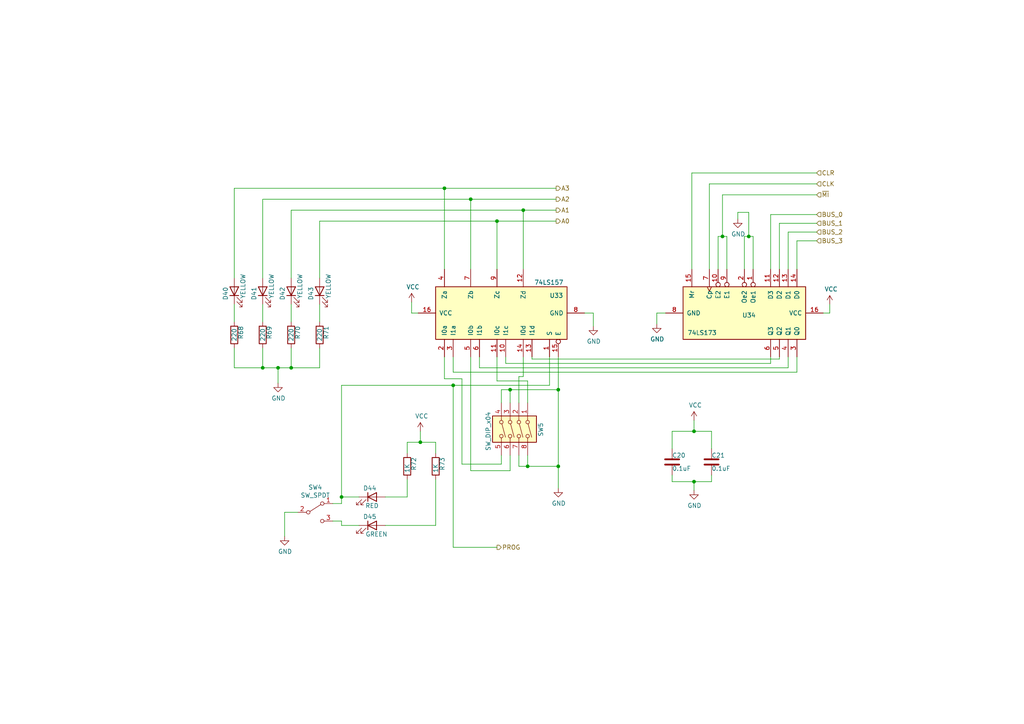
<source format=kicad_sch>
(kicad_sch (version 20230121) (generator eeschema)
  (paper "A4")
  (lib_symbols
    (symbol "74xx:74LS157" (pin_names (offset 1.016))
      (property "Reference" "U" (at -7.62 19.05 0))
      (property "Value" "74LS157" (at -7.62 -21.59 0))
      (symbol "74LS157_1_0"
        (pin input line (at -12.7 -15.24 0) (length 5.08) (name "S") (number "1"))
        (pin input line (at -12.7 -2.54 0) (length 5.08) (name "I1c") (number "10"))
        (pin input line (at -12.7 0 0) (length 5.08) (name "I0c") (number "11"))
        (pin output line (at 12.7 -7.62 180) (length 5.08) (name "Zd") (number "12"))
        (pin input line (at -12.7 -10.16 0) (length 5.08) (name "I1d") (number "13"))
        (pin input line (at -12.7 -7.62 0) (length 5.08) (name "I0d") (number "14"))
        (pin input inverted (at -12.7 -17.78 0) (length 5.08) (name "E") (number "15"))
        (pin power_in line (at 0 22.86 270) (length 5.08) (name "VCC") (number "16"))
        (pin input line (at -12.7 15.24 0) (length 5.08) (name "I0a") (number "2"))
        (pin input line (at -12.7 12.7 0) (length 5.08) (name "I1a") (number "3"))
        (pin output line (at 12.7 15.24 180) (length 5.08) (name "Za") (number "4"))
        (pin input line (at -12.7 7.62 0) (length 5.08) (name "I0b") (number "5"))
        (pin input line (at -12.7 5.08 0) (length 5.08) (name "I1b") (number "6"))
        (pin output line (at 12.7 7.62 180) (length 5.08) (name "Zb") (number "7"))
        (pin power_in line (at 0 -25.4 90) (length 5.08) (name "GND") (number "8"))
        (pin output line (at 12.7 0 180) (length 5.08) (name "Zc") (number "9"))
      )
      (symbol "74LS157_1_1"
        (rectangle (start -7.62 17.78) (end 7.62 -20.32) (stroke (width 0.254)) (fill (type background)))
      )
    )
    (symbol "74xx:74LS173" (pin_names (offset 1.016))
      (property "Reference" "U" (at -7.62 19.05 0))
      (property "Value" "74LS173" (at -7.62 -19.05 0))
      (symbol "74LS173_1_0"
        (pin input inverted (at -12.7 2.54 0) (length 5.08) (name "Oe1") (number "1"))
        (pin input inverted (at -12.7 -7.62 0) (length 5.08) (name "E2") (number "10"))
        (pin input line (at -12.7 7.62 0) (length 5.08) (name "D3") (number "11"))
        (pin input line (at -12.7 10.16 0) (length 5.08) (name "D2") (number "12"))
        (pin input line (at -12.7 12.7 0) (length 5.08) (name "D1") (number "13"))
        (pin input line (at -12.7 15.24 0) (length 5.08) (name "D0") (number "14"))
        (pin input line (at -12.7 -15.24 0) (length 5.08) (name "Mr") (number "15"))
        (pin power_in line (at 0 22.86 270) (length 5.08) (name "VCC") (number "16"))
        (pin input inverted (at -12.7 0 0) (length 5.08) (name "Oe2") (number "2"))
        (pin tri_state line (at 12.7 15.24 180) (length 5.08) (name "Q0") (number "3"))
        (pin tri_state line (at 12.7 12.7 180) (length 5.08) (name "Q1") (number "4"))
        (pin tri_state line (at 12.7 10.16 180) (length 5.08) (name "Q2") (number "5"))
        (pin tri_state line (at 12.7 7.62 180) (length 5.08) (name "Q3") (number "6"))
        (pin input clock (at -12.7 -10.16 0) (length 5.08) (name "Cp") (number "7"))
        (pin power_in line (at 0 -22.86 90) (length 5.08) (name "GND") (number "8"))
        (pin input inverted (at -12.7 -5.08 0) (length 5.08) (name "E1") (number "9"))
      )
      (symbol "74LS173_1_1"
        (rectangle (start -7.62 17.78) (end 7.62 -17.78) (stroke (width 0.254)) (fill (type background)))
      )
    )
    (symbol "Device:C" (pin_numbers hide) (pin_names (offset 0.254))
      (property "Reference" "C" (at 0.635 2.54 0))
      (property "Value" "C" (at 0.635 -2.54 0))
      (symbol "C_0_1"
        (polyline (pts (xy -2.032 -0.762) (xy 2.032 -0.762)) (stroke (width 0.508)))
        (polyline (pts (xy -2.032 0.762) (xy 2.032 0.762)) (stroke (width 0.508)))
      )
      (symbol "C_1_1"
        (pin passive line (at 0 3.81 270) (length 2.794) (name "~") (number "1"))
        (pin passive line (at 0 -3.81 90) (length 2.794) (name "~") (number "2"))
      )
    )
    (symbol "Device:LED" (pin_numbers hide) (pin_names (offset 1.016) hide)
      (property "Reference" "D" (at 0 2.54 0))
      (property "Value" "LED" (at 0 -2.54 0))
      (symbol "LED_0_1"
        (polyline (pts (xy -1.27 -1.27) (xy -1.27 1.27)) (stroke (width 0.254)))
        (polyline (pts (xy -1.27 0) (xy 1.27 0)))
        (polyline (pts (xy 1.27 -1.27) (xy 1.27 1.27) (xy -1.27 0) (xy 1.27 -1.27)) (stroke (width 0.254)))
        (polyline (pts (xy -3.048 -0.762) (xy -4.572 -2.286) (xy -3.81 -2.286) (xy -4.572 -2.286) (xy -4.572 -1.524)))
        (polyline (pts (xy -1.778 -0.762) (xy -3.302 -2.286) (xy -2.54 -2.286) (xy -3.302 -2.286) (xy -3.302 -1.524)))
      )
      (symbol "LED_1_1"
        (pin passive line (at -3.81 0 0) (length 2.54) (name "K") (number "1"))
        (pin passive line (at 3.81 0 180) (length 2.54) (name "A") (number "2"))
      )
    )
    (symbol "Device:R" (pin_numbers hide) (pin_names (offset 0))
      (property "Reference" "R" (at 2.032 0 90))
      (property "Value" "R" (at 0 0 90))
      (symbol "R_0_1"
        (rectangle (start -1.016 -2.54) (end 1.016 2.54) (stroke (width 0.254)))
      )
      (symbol "R_1_1"
        (pin passive line (at 0 3.81 270) (length 1.27) (name "~") (number "1"))
        (pin passive line (at 0 -3.81 90) (length 1.27) (name "~") (number "2"))
      )
    )
    (symbol "Switch:SW_DIP_x04" (pin_names (offset 0) hide)
      (property "Reference" "SW" (at 0 8.89 0))
      (property "Value" "SW_DIP_x04" (at 0 -6.35 0))
      (symbol "SW_DIP_x04_0_0"
        (circle (center -2.032 -2.54) (radius 0.508))
        (circle (center -2.032 0) (radius 0.508))
        (circle (center -2.032 2.54) (radius 0.508))
        (circle (center -2.032 5.08) (radius 0.508))
        (polyline (pts (xy -1.524 -2.3876) (xy 2.3622 -1.3462)))
        (polyline (pts (xy -1.524 0.127) (xy 2.3622 1.1684)))
        (polyline (pts (xy -1.524 2.667) (xy 2.3622 3.7084)))
        (polyline (pts (xy -1.524 5.207) (xy 2.3622 6.2484)))
        (circle (center 2.032 -2.54) (radius 0.508))
        (circle (center 2.032 0) (radius 0.508))
        (circle (center 2.032 2.54) (radius 0.508))
        (circle (center 2.032 5.08) (radius 0.508))
      )
      (symbol "SW_DIP_x04_0_1"
        (rectangle (start -3.81 7.62) (end 3.81 -5.08) (stroke (width 0.254)) (fill (type background)))
      )
      (symbol "SW_DIP_x04_1_1"
        (pin passive line (at -7.62 5.08 0) (length 5.08) (name "~") (number "1"))
        (pin passive line (at -7.62 2.54 0) (length 5.08) (name "~") (number "2"))
        (pin passive line (at -7.62 0 0) (length 5.08) (name "~") (number "3"))
        (pin passive line (at -7.62 -2.54 0) (length 5.08) (name "~") (number "4"))
        (pin passive line (at 7.62 -2.54 180) (length 5.08) (name "~") (number "5"))
        (pin passive line (at 7.62 0 180) (length 5.08) (name "~") (number "6"))
        (pin passive line (at 7.62 2.54 180) (length 5.08) (name "~") (number "7"))
        (pin passive line (at 7.62 5.08 180) (length 5.08) (name "~") (number "8"))
      )
    )
    (symbol "Switch:SW_SPDT" (pin_names (offset 0) hide)
      (property "Reference" "SW" (at 0 4.318 0))
      (property "Value" "SW_SPDT" (at 0 -5.08 0))
      (symbol "SW_SPDT_0_0"
        (circle (center -2.032 0) (radius 0.508))
        (circle (center 2.032 -2.54) (radius 0.508))
      )
      (symbol "SW_SPDT_0_1"
        (polyline (pts (xy -1.524 0.254) (xy 1.651 2.286)))
        (circle (center 2.032 2.54) (radius 0.508))
      )
      (symbol "SW_SPDT_1_1"
        (pin passive line (at 5.08 2.54 180) (length 2.54) (name "A") (number "1"))
        (pin passive line (at -5.08 0 0) (length 2.54) (name "B") (number "2"))
        (pin passive line (at 5.08 -2.54 180) (length 2.54) (name "C") (number "3"))
      )
    )
    (symbol "power:GND" (power) (pin_names (offset 0))
      (property "Value" "GND" (at 0 -3.81 0))
      (symbol "GND_0_1"
        (polyline (pts (xy 0 0) (xy 0 -1.27) (xy 1.27 -1.27) (xy 0 -2.54) (xy -1.27 -1.27) (xy 0 -1.27)))
      )
      (symbol "GND_1_1"
        (pin power_in line (at 0 0 270) (length 0) hide (name "GND") (number "1"))
      )
    )
    (symbol "power:VCC" (power) (pin_names (offset 0))
      (property "Value" "VCC" (at 0 3.81 0))
      (symbol "VCC_0_1"
        (polyline (pts (xy -0.762 1.27) (xy 0 2.54)))
        (polyline (pts (xy 0 0) (xy 0 2.54)))
        (polyline (pts (xy 0 2.54) (xy 0.762 1.27)))
      )
      (symbol "VCC_1_1"
        (pin power_in line (at 0 0 90) (length 0) hide (name "VCC") (number "1"))
      )
    )
  )
  (junction (at 131.445 111.76))
  (junction (at 84.455 106.68))
  (junction (at 217.17 68.58))
  (junction (at 151.765 60.96))
  (junction (at 161.925 113.03))
  (junction (at 136.525 57.785))
  (junction (at 201.295 139.7))
  (junction (at 161.925 135.255))
  (junction (at 99.06 144.145))
  (junction (at 153.035 135.255))
  (junction (at 121.92 128.27))
  (junction (at 144.145 64.135))
  (junction (at 209.55 68.58))
  (junction (at 147.955 113.03))
  (junction (at 128.905 54.61))
  (junction (at 80.645 106.68))
  (junction (at 76.2 106.68))
  (junction (at 201.295 125.095))
  (wire (pts (xy 151.765 109.22) (xy 150.495 109.22)))
  (wire (pts (xy 76.2 106.68) (xy 80.645 106.68)))
  (wire (pts (xy 223.52 78.105) (xy 223.52 62.23)))
  (wire (pts (xy 126.365 152.4) (xy 126.365 139.065)))
  (wire (pts (xy 146.685 105.41) (xy 146.685 103.505)))
  (wire (pts (xy 76.2 88.265) (xy 76.2 93.345)))
  (wire (pts (xy 217.17 68.58) (xy 218.44 68.58)))
  (wire (pts (xy 144.145 103.505) (xy 144.145 110.49)))
  (wire (pts (xy 200.66 50.165) (xy 236.855 50.165)))
  (wire (pts (xy 111.76 152.4) (xy 126.365 152.4)))
  (wire (pts (xy 119.38 90.805) (xy 119.38 87.63)))
  (wire (pts (xy 139.065 106.68) (xy 228.6 106.68)))
  (wire (pts (xy 209.55 68.58) (xy 210.82 68.58)))
  (wire (pts (xy 206.375 139.7) (xy 206.375 137.795)))
  (wire (pts (xy 201.295 121.92) (xy 201.295 125.095)))
  (wire (pts (xy 126.365 128.27) (xy 126.365 131.445)))
  (wire (pts (xy 172.085 90.805) (xy 169.545 90.805)))
  (wire (pts (xy 223.52 103.505) (xy 223.52 105.41)))
  (wire (pts (xy 76.2 80.645) (xy 76.2 57.785)))
  (wire (pts (xy 92.71 80.645) (xy 92.71 64.135)))
  (wire (pts (xy 161.925 135.255) (xy 161.925 141.605)))
  (wire (pts (xy 67.945 54.61) (xy 67.945 80.645)))
  (wire (pts (xy 99.06 144.145) (xy 99.06 111.76)))
  (wire (pts (xy 99.06 151.13) (xy 99.06 152.4)))
  (wire (pts (xy 236.855 69.85) (xy 231.14 69.85)))
  (wire (pts (xy 150.495 132.08) (xy 150.495 135.255)))
  (wire (pts (xy 218.44 68.58) (xy 218.44 78.105)))
  (wire (pts (xy 136.525 57.785) (xy 161.29 57.785)))
  (wire (pts (xy 194.945 137.795) (xy 194.945 139.7)))
  (wire (pts (xy 154.305 103.505) (xy 154.305 104.14)))
  (wire (pts (xy 206.375 125.095) (xy 201.295 125.095)))
  (wire (pts (xy 118.11 131.445) (xy 118.11 128.27)))
  (wire (pts (xy 86.36 148.59) (xy 82.55 148.59)))
  (wire (pts (xy 76.2 57.785) (xy 136.525 57.785)))
  (wire (pts (xy 209.55 68.58) (xy 209.55 56.515)))
  (wire (pts (xy 153.035 110.49) (xy 153.035 116.84)))
  (wire (pts (xy 151.765 60.96) (xy 161.29 60.96)))
  (wire (pts (xy 136.525 136.525) (xy 136.525 103.505)))
  (wire (pts (xy 121.92 128.27) (xy 126.365 128.27)))
  (wire (pts (xy 153.035 135.255) (xy 153.035 132.08)))
  (wire (pts (xy 121.92 125.095) (xy 121.92 128.27)))
  (wire (pts (xy 172.085 94.615) (xy 172.085 90.805)))
  (wire (pts (xy 136.525 57.785) (xy 136.525 78.105)))
  (wire (pts (xy 150.495 135.255) (xy 153.035 135.255)))
  (wire (pts (xy 209.55 56.515) (xy 236.855 56.515)))
  (wire (pts (xy 131.445 111.76) (xy 131.445 158.75)))
  (wire (pts (xy 161.925 103.505) (xy 161.925 113.03)))
  (wire (pts (xy 151.765 78.105) (xy 151.765 60.96)))
  (wire (pts (xy 131.445 111.76) (xy 159.385 111.76)))
  (wire (pts (xy 194.945 130.175) (xy 194.945 125.095)))
  (wire (pts (xy 84.455 80.645) (xy 84.455 60.96)))
  (wire (pts (xy 153.035 135.255) (xy 161.925 135.255)))
  (wire (pts (xy 213.995 63.5) (xy 213.995 61.595)))
  (wire (pts (xy 99.06 152.4) (xy 104.14 152.4)))
  (wire (pts (xy 118.11 139.065) (xy 118.11 144.145)))
  (wire (pts (xy 128.905 109.855) (xy 128.905 103.505)))
  (wire (pts (xy 190.5 93.98) (xy 190.5 90.805)))
  (wire (pts (xy 96.52 146.05) (xy 99.06 146.05)))
  (wire (pts (xy 161.925 113.03) (xy 161.925 135.255)))
  (wire (pts (xy 133.985 134.62) (xy 133.985 109.855)))
  (wire (pts (xy 228.6 78.105) (xy 228.6 67.31)))
  (wire (pts (xy 208.28 68.58) (xy 209.55 68.58)))
  (wire (pts (xy 67.945 106.68) (xy 76.2 106.68)))
  (wire (pts (xy 133.985 109.855) (xy 128.905 109.855)))
  (wire (pts (xy 154.305 104.14) (xy 226.06 104.14)))
  (wire (pts (xy 213.995 61.595) (xy 217.17 61.595)))
  (wire (pts (xy 146.685 105.41) (xy 223.52 105.41)))
  (wire (pts (xy 205.74 53.34) (xy 236.855 53.34)))
  (wire (pts (xy 228.6 67.31) (xy 236.855 67.31)))
  (wire (pts (xy 231.14 107.95) (xy 231.14 103.505)))
  (wire (pts (xy 194.945 125.095) (xy 201.295 125.095)))
  (wire (pts (xy 118.11 144.145) (xy 111.76 144.145)))
  (wire (pts (xy 194.945 139.7) (xy 201.295 139.7)))
  (wire (pts (xy 215.9 78.105) (xy 215.9 68.58)))
  (wire (pts (xy 210.82 68.58) (xy 210.82 78.105)))
  (wire (pts (xy 201.295 142.24) (xy 201.295 139.7)))
  (wire (pts (xy 145.415 132.08) (xy 145.415 134.62)))
  (wire (pts (xy 67.945 88.265) (xy 67.945 93.345)))
  (wire (pts (xy 121.285 90.805) (xy 119.38 90.805)))
  (wire (pts (xy 131.445 107.95) (xy 231.14 107.95)))
  (wire (pts (xy 84.455 60.96) (xy 151.765 60.96)))
  (wire (pts (xy 190.5 90.805) (xy 193.04 90.805)))
  (wire (pts (xy 240.665 88.265) (xy 240.665 90.805)))
  (wire (pts (xy 96.52 151.13) (xy 99.06 151.13)))
  (wire (pts (xy 236.855 64.77) (xy 226.06 64.77)))
  (wire (pts (xy 217.17 61.595) (xy 217.17 68.58)))
  (wire (pts (xy 145.415 134.62) (xy 133.985 134.62)))
  (wire (pts (xy 147.955 136.525) (xy 136.525 136.525)))
  (wire (pts (xy 118.11 128.27) (xy 121.92 128.27)))
  (wire (pts (xy 151.765 103.505) (xy 151.765 109.22)))
  (wire (pts (xy 231.14 69.85) (xy 231.14 78.105)))
  (wire (pts (xy 226.06 64.77) (xy 226.06 78.105)))
  (wire (pts (xy 147.955 113.03) (xy 147.955 116.84)))
  (wire (pts (xy 131.445 103.505) (xy 131.445 107.95)))
  (wire (pts (xy 159.385 103.505) (xy 159.385 111.76)))
  (wire (pts (xy 76.2 100.965) (xy 76.2 106.68)))
  (wire (pts (xy 144.145 78.105) (xy 144.145 64.135)))
  (wire (pts (xy 205.74 53.34) (xy 205.74 78.105)))
  (wire (pts (xy 99.06 144.145) (xy 104.14 144.145)))
  (wire (pts (xy 92.71 88.265) (xy 92.71 93.345)))
  (wire (pts (xy 67.945 100.965) (xy 67.945 106.68)))
  (wire (pts (xy 161.29 54.61) (xy 128.905 54.61)))
  (wire (pts (xy 206.375 130.175) (xy 206.375 125.095)))
  (wire (pts (xy 145.415 116.84) (xy 145.415 113.03)))
  (wire (pts (xy 201.295 139.7) (xy 206.375 139.7)))
  (wire (pts (xy 84.455 88.265) (xy 84.455 93.345)))
  (wire (pts (xy 200.66 78.105) (xy 200.66 50.165)))
  (wire (pts (xy 147.955 113.03) (xy 161.925 113.03)))
  (wire (pts (xy 228.6 106.68) (xy 228.6 103.505)))
  (wire (pts (xy 145.415 113.03) (xy 147.955 113.03)))
  (wire (pts (xy 99.06 146.05) (xy 99.06 144.145)))
  (wire (pts (xy 84.455 100.965) (xy 84.455 106.68)))
  (wire (pts (xy 128.905 54.61) (xy 128.905 78.105)))
  (wire (pts (xy 215.9 68.58) (xy 217.17 68.58)))
  (wire (pts (xy 226.06 104.14) (xy 226.06 103.505)))
  (wire (pts (xy 131.445 158.75) (xy 144.145 158.75)))
  (wire (pts (xy 223.52 62.23) (xy 236.855 62.23)))
  (wire (pts (xy 131.445 111.76) (xy 99.06 111.76)))
  (wire (pts (xy 128.905 54.61) (xy 67.945 54.61)))
  (wire (pts (xy 92.71 106.68) (xy 92.71 100.965)))
  (wire (pts (xy 144.145 110.49) (xy 153.035 110.49)))
  (wire (pts (xy 80.645 111.125) (xy 80.645 106.68)))
  (wire (pts (xy 150.495 109.22) (xy 150.495 116.84)))
  (wire (pts (xy 147.955 132.08) (xy 147.955 136.525)))
  (wire (pts (xy 80.645 106.68) (xy 84.455 106.68)))
  (wire (pts (xy 92.71 64.135) (xy 144.145 64.135)))
  (wire (pts (xy 240.665 90.805) (xy 238.76 90.805)))
  (wire (pts (xy 82.55 148.59) (xy 82.55 155.575)))
  (wire (pts (xy 208.28 68.58) (xy 208.28 78.105)))
  (wire (pts (xy 139.065 103.505) (xy 139.065 106.68)))
  (wire (pts (xy 144.145 64.135) (xy 161.29 64.135)))
  (wire (pts (xy 84.455 106.68) (xy 92.71 106.68)))
  (hierarchical_label "CLR" (shape input) (at 236.855 50.165 0))
  (hierarchical_label "A2" (shape output) (at 161.29 57.785 0))
  (hierarchical_label "~{MI}" (shape input) (at 236.855 56.515 0))
  (hierarchical_label "CLK" (shape input) (at 236.855 53.34 0))
  (hierarchical_label "PROG" (shape output) (at 144.145 158.75 0))
  (hierarchical_label "BUS_3" (shape input) (at 236.855 69.85 0))
  (hierarchical_label "A0" (shape output) (at 161.29 64.135 0))
  (hierarchical_label "A1" (shape output) (at 161.29 60.96 0))
  (hierarchical_label "BUS_2" (shape input) (at 236.855 67.31 0))
  (hierarchical_label "A3" (shape output) (at 161.29 54.61 0))
  (hierarchical_label "BUS_1" (shape input) (at 236.855 64.77 0))
  (hierarchical_label "BUS_0" (shape input) (at 236.855 62.23 0))
  (symbol (lib_id "74xx:74LS157") (at 144.145 90.805 90) (unit 1)
    (property "Reference" "U33" (at 159.385 85.725 90) (effects (justify right)))
    (property "Value" "74LS157" (at 154.94 81.915 90) (effects (justify right)))
    (property "Footprint" "Package_DIP:DIP-16_W7.62mm_Socket_LongPads" (effects hide))
    (property "Datasheet" "http://www.ti.com/lit/gpn/sn74LS157" (effects hide))
    (instances (project "8 Bit Computer" (path "" (reference "U33") (unit 1)) (path "" (reference "U?") (unit 1))))
  )
  (symbol (lib_id "74xx:74LS173") (at 215.9 90.805 270) (unit 1)
    (property "Reference" "U34" (at 215.265 91.44 90) (effects (justify left)))
    (property "Value" "74LS173" (at 199.39 96.52 90) (effects (justify left)))
    (property "Footprint" "Package_DIP:DIP-16_W7.62mm_Socket_LongPads" (effects hide))
    (property "Datasheet" "http://www.ti.com/lit/gpn/sn74LS173" (effects hide))
    (instances (project "8 Bit Computer" (path "" (reference "U34") (unit 1)) (path "" (reference "U?") (unit 1))))
  )
  (symbol (lib_id "Device:LED") (at 67.945 84.455 90) (unit 1)
    (property "Reference" "D40" (at 65.405 83.185 0) (effects (justify right)))
    (property "Value" "YELLOW" (at 70.485 79.375 0) (effects (justify right)))
    (property "Footprint" "LED_THT:LED_D5.0mm" (effects hide))
    (instances (project "8 Bit Computer" (path "" (reference "D40") (unit 1)) (path "" (reference "D?") (unit 1))))
  )
  (symbol (lib_id "Device:LED") (at 76.2 84.455 90) (unit 1)
    (property "Reference" "D41" (at 73.66 83.185 0) (effects (justify right)))
    (property "Value" "YELLOW" (at 78.74 79.375 0) (effects (justify right)))
    (property "Footprint" "LED_THT:LED_D5.0mm" (effects hide))
    (instances (project "8 Bit Computer" (path "" (reference "D41") (unit 1)) (path "" (reference "D?") (unit 1))))
  )
  (symbol (lib_id "Device:LED") (at 84.455 84.455 90) (unit 1)
    (property "Reference" "D42" (at 81.915 83.185 0) (effects (justify right)))
    (property "Value" "YELLOW" (at 86.995 79.375 0) (effects (justify right)))
    (property "Footprint" "LED_THT:LED_D5.0mm" (effects hide))
    (instances (project "8 Bit Computer" (path "" (reference "D42") (unit 1)) (path "" (reference "D?") (unit 1))))
  )
  (symbol (lib_id "Device:LED") (at 92.71 84.455 90) (unit 1)
    (property "Reference" "D43" (at 90.17 83.185 0) (effects (justify right)))
    (property "Value" "YELLOW" (at 95.25 79.375 0) (effects (justify right)))
    (property "Footprint" "LED_THT:LED_D5.0mm" (effects hide))
    (instances (project "8 Bit Computer" (path "" (reference "D43") (unit 1)) (path "" (reference "D?") (unit 1))))
  )
  (symbol (lib_id "Device:R") (at 67.945 97.155 0) (unit 1)
    (property "Reference" "R68" (at 69.85 98.425 90) (effects (justify left)))
    (property "Value" "220" (at 67.945 99.06 90) (effects (justify left)))
    (property "Footprint" "Resistor_THT:R_Axial_DIN0207_L6.3mm_D2.5mm_P7.62mm_Horizontal" (effects hide))
    (instances (project "8 Bit Computer" (path "" (reference "R68") (unit 1)) (path "" (reference "R?") (unit 1))))
  )
  (symbol (lib_id "Device:R") (at 76.2 97.155 0) (unit 1)
    (property "Reference" "R69" (at 78.105 98.425 90) (effects (justify left)))
    (property "Value" "220" (at 76.2 99.06 90) (effects (justify left)))
    (property "Footprint" "Resistor_THT:R_Axial_DIN0207_L6.3mm_D2.5mm_P7.62mm_Horizontal" (effects hide))
    (instances (project "8 Bit Computer" (path "" (reference "R69") (unit 1)) (path "" (reference "R?") (unit 1))))
  )
  (symbol (lib_id "Device:R") (at 84.455 97.155 0) (unit 1)
    (property "Reference" "R70" (at 86.36 98.425 90) (effects (justify left)))
    (property "Value" "220" (at 84.455 99.06 90) (effects (justify left)))
    (property "Footprint" "Resistor_THT:R_Axial_DIN0207_L6.3mm_D2.5mm_P7.62mm_Horizontal" (effects hide))
    (instances (project "8 Bit Computer" (path "" (reference "R70") (unit 1)) (path "" (reference "R?") (unit 1))))
  )
  (symbol (lib_id "Device:R") (at 92.71 97.155 0) (unit 1)
    (property "Reference" "R71" (at 94.615 98.425 90) (effects (justify left)))
    (property "Value" "220" (at 92.71 99.06 90) (effects (justify left)))
    (property "Footprint" "Resistor_THT:R_Axial_DIN0207_L6.3mm_D2.5mm_P7.62mm_Horizontal" (effects hide))
    (instances (project "8 Bit Computer" (path "" (reference "R71") (unit 1)) (path "" (reference "R?") (unit 1))))
  )
  (symbol (lib_id "power:GND") (at 80.645 111.125 0) (unit 1)
    (property "Reference" "#PWR0197" (effects hide))
    (property "Value" "GND" (at 80.772 115.5192 0))
    (instances (project "8 Bit Computer" (path "" (reference "#PWR0197") (unit 1)) (path "" (reference "#PWR?") (unit 1))))
  )
  (symbol (lib_id "power:GND") (at 161.925 141.605 0) (unit 1)
    (property "Reference" "#PWR0198" (effects hide))
    (property "Value" "GND" (at 162.052 145.9992 0))
    (instances (project "8 Bit Computer" (path "" (reference "#PWR0198") (unit 1)) (path "" (reference "#PWR?") (unit 1))))
  )
  (symbol (lib_id "Switch:SW_DIP_x04") (at 147.955 124.46 270) (unit 1)
    (property "Reference" "SW5" (at 156.845 122.555 0) (effects (justify left)))
    (property "Value" "SW_DIP_x04" (at 141.605 119.38 0) (effects (justify left)))
    (property "Footprint" "Button_Switch_THT:SW_DIP_SPSTx04_Slide_9.78x12.34mm_W7.62mm_P2.54mm" (effects hide))
    (instances (project "8 Bit Computer" (path "" (reference "SW5") (unit 1)) (path "" (reference "SW?") (unit 1))))
  )
  (symbol (lib_id "Device:LED") (at 107.95 144.145 0) (unit 1)
    (property "Reference" "D44" (at 109.22 141.605 0) (effects (justify right)))
    (property "Value" "RED" (at 109.855 146.685 0) (effects (justify right)))
    (property "Footprint" "LED_THT:LED_D5.0mm" (effects hide))
    (instances (project "8 Bit Computer" (path "" (reference "D44") (unit 1)) (path "" (reference "D?") (unit 1))))
  )
  (symbol (lib_id "Device:LED") (at 107.95 152.4 0) (unit 1)
    (property "Reference" "D45" (at 109.22 149.86 0) (effects (justify right)))
    (property "Value" "GREEN" (at 112.395 154.94 0) (effects (justify right)))
    (property "Footprint" "LED_THT:LED_D5.0mm" (effects hide))
    (instances (project "8 Bit Computer" (path "" (reference "D45") (unit 1)) (path "" (reference "D?") (unit 1))))
  )
  (symbol (lib_id "Switch:SW_SPDT") (at 91.44 148.59 0) (unit 1)
    (property "Reference" "SW4" (at 91.44 141.351 0))
    (property "Value" "SW_SPDT" (at 91.44 143.6624 0))
    (property "Footprint" "Button_Switch_THT:SW_Slide_1P2T_CK_OS102011MS2Q" (effects hide))
    (instances (project "8 Bit Computer" (path "" (reference "SW4") (unit 1)) (path "" (reference "SW?") (unit 1))))
  )
  (symbol (lib_id "power:GND") (at 82.55 155.575 0) (unit 1)
    (property "Reference" "#PWR0199" (effects hide))
    (property "Value" "GND" (at 82.677 159.9692 0))
    (instances (project "8 Bit Computer" (path "" (reference "#PWR0199") (unit 1)) (path "" (reference "#PWR?") (unit 1))))
  )
  (symbol (lib_id "Device:R") (at 118.11 135.255 0) (unit 1)
    (property "Reference" "R72" (at 120.015 136.525 90) (effects (justify left)))
    (property "Value" "1K" (at 118.11 137.16 90) (effects (justify left)))
    (property "Footprint" "Resistor_THT:R_Axial_DIN0207_L6.3mm_D2.5mm_P7.62mm_Horizontal" (effects hide))
    (instances (project "8 Bit Computer" (path "" (reference "R72") (unit 1)) (path "" (reference "R?") (unit 1))))
  )
  (symbol (lib_id "Device:R") (at 126.365 135.255 0) (unit 1)
    (property "Reference" "R73" (at 128.27 136.525 90) (effects (justify left)))
    (property "Value" "1K" (at 126.365 137.16 90) (effects (justify left)))
    (property "Footprint" "Resistor_THT:R_Axial_DIN0207_L6.3mm_D2.5mm_P7.62mm_Horizontal" (effects hide))
    (instances (project "8 Bit Computer" (path "" (reference "R73") (unit 1)) (path "" (reference "R?") (unit 1))))
  )
  (symbol (lib_id "power:VCC") (at 121.92 125.095 0) (unit 1)
    (property "Reference" "#PWR0200" (effects hide))
    (property "Value" "VCC" (at 122.301 120.7008 0))
    (instances (project "8 Bit Computer" (path "" (reference "#PWR0200") (unit 1)) (path "" (reference "#PWR?") (unit 1))))
  )
  (symbol (lib_id "power:GND") (at 213.995 63.5 0) (unit 1)
    (property "Reference" "#PWR0201" (effects hide))
    (property "Value" "GND" (at 214.122 67.8942 0))
    (instances (project "8 Bit Computer" (path "" (reference "#PWR0201") (unit 1)) (path "" (reference "#PWR?") (unit 1))))
  )
  (symbol (lib_id "power:GND") (at 190.5 93.98 0) (unit 1)
    (property "Reference" "#PWR0202" (effects hide))
    (property "Value" "GND" (at 190.627 98.3742 0))
    (instances (project "8 Bit Computer" (path "" (reference "#PWR0202") (unit 1)) (path "" (reference "#PWR?") (unit 1))))
  )
  (symbol (lib_id "power:GND") (at 172.085 94.615 0) (unit 1)
    (property "Reference" "#PWR0203" (effects hide))
    (property "Value" "GND" (at 172.212 99.0092 0))
    (instances (project "8 Bit Computer" (path "" (reference "#PWR0203") (unit 1)) (path "" (reference "#PWR?") (unit 1))))
  )
  (symbol (lib_id "power:VCC") (at 119.38 87.63 0) (unit 1)
    (property "Reference" "#PWR0204" (effects hide))
    (property "Value" "VCC" (at 119.761 83.2358 0))
    (instances (project "8 Bit Computer" (path "" (reference "#PWR0204") (unit 1)) (path "" (reference "#PWR?") (unit 1))))
  )
  (symbol (lib_id "power:VCC") (at 240.665 88.265 0) (unit 1)
    (property "Reference" "#PWR0205" (effects hide))
    (property "Value" "VCC" (at 241.046 83.8708 0))
    (instances (project "8 Bit Computer" (path "" (reference "#PWR0205") (unit 1)) (path "" (reference "#PWR?") (unit 1))))
  )
  (symbol (lib_id "power:VCC") (at 201.295 121.92 0) (unit 1)
    (property "Reference" "#PWR0206" (effects hide))
    (property "Value" "VCC" (at 201.676 117.5258 0))
    (instances (project "8 Bit Computer" (path "" (reference "#PWR0206") (unit 1)) (path "" (reference "#PWR?") (unit 1))))
  )
  (symbol (lib_id "Device:C") (at 206.375 133.985 0) (unit 1)
    (property "Reference" "C21" (at 206.375 132.08 0) (effects (justify left)))
    (property "Value" "0.1uF" (at 206.375 135.89 0) (effects (justify left)))
    (property "Footprint" "Capacitor_THT:C_Disc_D4.3mm_W1.9mm_P5.00mm" (effects hide))
    (instances (project "8 Bit Computer" (path "" (reference "C21") (unit 1)) (path "" (reference "C?") (unit 1))))
  )
  (symbol (lib_id "Device:C") (at 194.945 133.985 0) (unit 1)
    (property "Reference" "C20" (at 194.945 132.08 0) (effects (justify left)))
    (property "Value" "0.1uF" (at 194.945 135.89 0) (effects (justify left)))
    (property "Footprint" "Capacitor_THT:C_Disc_D4.3mm_W1.9mm_P5.00mm" (effects hide))
    (instances (project "8 Bit Computer" (path "" (reference "C20") (unit 1)) (path "" (reference "C?") (unit 1))))
  )
  (symbol (lib_id "power:GND") (at 201.295 142.24 0) (unit 1)
    (property "Reference" "#PWR0207" (effects hide))
    (property "Value" "GND" (at 201.422 146.6342 0))
    (instances (project "8 Bit Computer" (path "" (reference "#PWR0207") (unit 1)) (path "" (reference "#PWR?") (unit 1))))
  )
)
</source>
